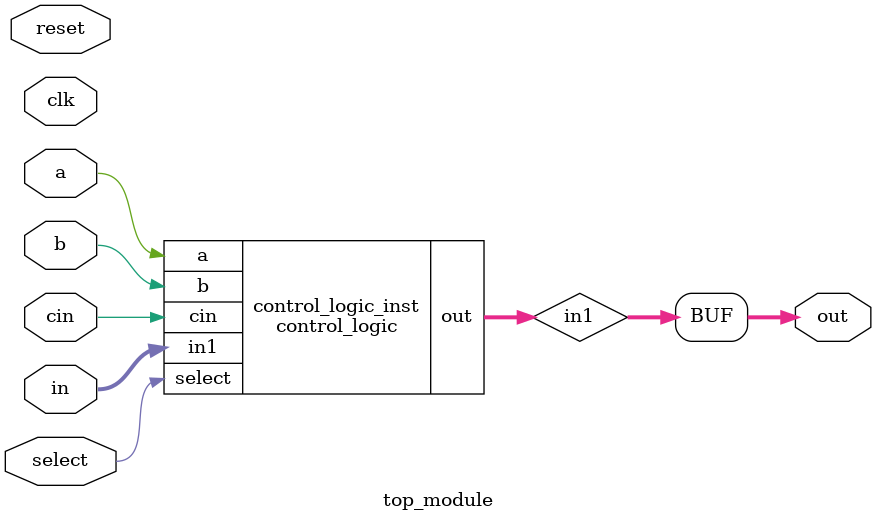
<source format=v>

module byte_reverser (
  input [31:0] in,
  output [31:0] out
);
  assign out = {in[7:0], in[15:8], in[23:16], in[31:24]};
endmodule
module full_adder (
  input a, b, cin,
  output reg sum, carry_out
);
  always @ (a, b, cin) begin
    sum = a ^ b ^ cin;
    carry_out = (a & b) | (a & cin) | (b & cin);
  end
endmodule
module functional_module (
  input [31:0] in1,
  input [2:0] in2,
  output [31:0] out
);
  assign out = in1 ^ {in2[2], in2[2], in2[1:0]};
endmodule
module control_logic (
  input select,
  input [31:0] in1,
  input a, b, cin,
  output reg [31:0] out
);
  wire [31:0] in2;
  assign in2 = select ? {a, b, cin} : in1;

  byte_reverser byte_reverser_inst (
    .in(in2),
    .out(out)
  );
endmodule
module top_module (
  input clk,
  input reset,
  input [31:0] in,
  input a, b, cin,
  input select,
  output [31:0] out
);
  wire [31:0] in1;
  control_logic control_logic_inst (
    .select(select),
    .in1(in),
    .a(a),
    .b(b),
    .cin(cin),
    .out(in1)
  );

  assign out = in1;
endmodule
</source>
